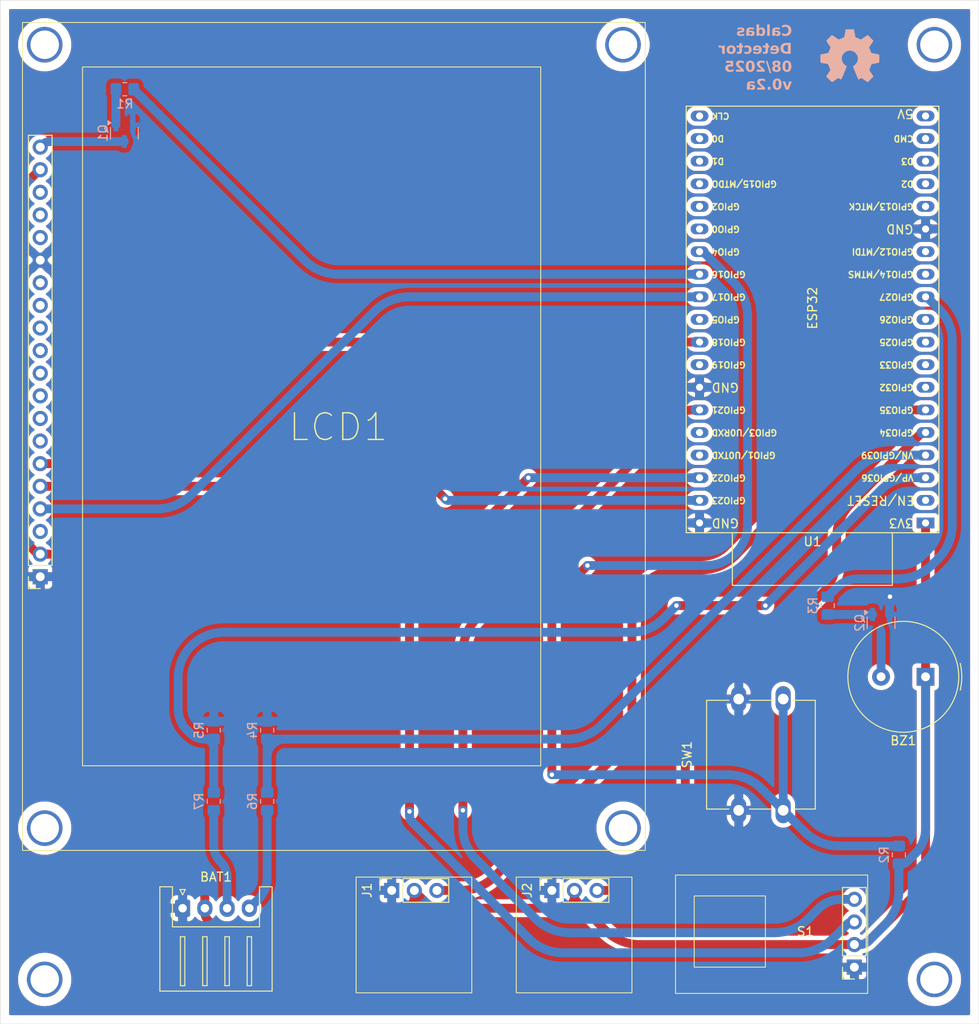
<source format=kicad_pcb>
(kicad_pcb (version 20241229) (generator "pcbnew") (generator_version "9.0")
  (title_block (title "Detector") (date "08/2025") (rev "v0.2a") (company "Caldas") (comment 1 "Simple ESP Detector"))
  (layers (0 "F.Cu" signal) (2 "B.Cu" signal) (5 "F.SilkS" user "F.Silkscreen") (7 "B.SilkS" user "B.Silkscreen") (1 "F.Mask" user) (3 "B.Mask" user) (25 "Edge.Cuts" user))
  (net 0 "")
  (net 1 "Net-(BZ1--)")
  (net 2 "/R{slash}W")
  (net 3 "GND")
  (net 9 "/E")
  (net 12 "/CO")
  (net 13 "VCC")
  (net 15 "/RS")
  (net 18 "/BACKLIGHT")
  (net 19 "/BUTTON")
  (net 20 "/I2C SCL")
  (net 21 "/I2C SDA")
  (net 27 "Net-(BAT1-Pin_4)")
  (net 28 "/SMOKE")
  (net 33 "Net-(BAT1-Pin_3)")
  (net 47 "Net-(Q1-B)")
  (net 48 "Net-(Q2-B)")
  (net 49 "/BUZZER")
  (net 51 "/REF BAT")
  (net 52 "/REF ON")
  (net 54 "Net-(LCD1-BLK)")
  (footprint "Connector_JST:JST_XH_S4B-XH-A_1x04_P2.50mm_Horizontal" (layer "F.Cu") (at 120.5 137)
    (property "Reference" "BAT1" (at 3.75 -3.51 0) (layer "F.SilkS"))
    (property "Value" "Battery")
    (pad "1" thru_hole roundrect (at 0 0) (size 1.7 1.95) (drill 0.95) (layers "*.Cu" "*.Mask") (roundrect_rratio 0.147059) (net 3 "GND"))
    (pad "2" thru_hole oval (at 2.5 0) (size 1.7 1.95) (drill 0.95) (layers "*.Cu" "*.Mask") (net 13 "VCC"))
    (pad "3" thru_hole oval (at 5 0) (size 1.7 1.95) (drill 0.95) (layers "*.Cu" "*.Mask") (net 33 "Net-(BAT1-Pin_3)"))
    (pad "4" thru_hole oval (at 7.5 0) (size 1.7 1.95) (drill 0.95) (layers "*.Cu" "*.Mask") (net 27 "Net-(BAT1-Pin_4)"))
  )
  (footprint "Library:Hole" (layer "F.Cu") (at 205 145)
    (property "Reference" "REF**" (hide yes))
    (property "Value" "Hole" (hide yes))
    (pad "" np_thru_hole circle (at 0 0) (size 4 4) (drill 3.2) (layers "*.Cu" "*.Mask") (clearance 1))
  )
  (footprint "Library:SCD41" (layer "F.Cu") (at 196 143.62 180)
    (property "Reference" "S1" (at 5.5 4 0) (layer "F.SilkS"))
    (property "Value" "SCD41" (hide yes))
    (pad "1" thru_hole rect (at 0 0 180) (size 1.7 1.7) (drill 1) (layers "*.Cu" "*.Mask") (net 3 "GND"))
    (pad "2" thru_hole circle (at 0 2.54 180) (size 1.7 1.7) (drill 1) (layers "*.Cu" "*.Mask") (net 13 "VCC"))
    (pad "3" thru_hole circle (at 0 5.08 180) (size 1.7 1.7) (drill 1) (layers "*.Cu" "*.Mask") (net 20 "/I2C SCL"))
    (pad "4" thru_hole circle (at 0 7.62 180) (size 1.7 1.7) (drill 1) (layers "*.Cu" "*.Mask") (net 21 "/I2C SDA"))
  )
  (footprint "PCM_Espressif:ESP32-DevKitC" (layer "F.Cu") (at 204 93.72 180)
    (property "Reference" "U1" (at 12.7 -2.1 0) (layer "F.SilkS"))
    (property "Value" "ESP32" (at 12.7 24.13 90) (layer "F.SilkS"))
    (fp_text user "GPIO32" (at 1.27 15.24 180) (layer "F.SilkS") (effects (font (size 0.7 0.7)) (justify left)))
    (fp_text user "GPIO5" (at 24.13 22.86 180) (layer "F.SilkS") (effects (font (size 0.7 0.7)) (justify right)))
    (fp_text user "GPIO26" (at 1.27 22.86 180) (layer "F.SilkS") (effects (font (size 0.7 0.7)) (justify left)))
    (fp_text user "GPIO2" (at 24.13 35.56 180) (layer "F.SilkS") (effects (font (size 0.7 0.7)) (justify right)))
    (fp_text user "D1" (at 24.13 40.64 180) (layer "F.SilkS") (effects (font (size 0.7 0.7)) (justify right)))
    (fp_text user "VN/GPIO39" (at 1.27 7.62 180) (layer "F.SilkS") (effects (font (size 0.7 0.7)) (justify left)))
    (fp_text user "3V3" (at 1.27 0 180) (layer "F.SilkS") (effects (justify left)))
    (fp_text user "GPIO4" (at 24.13 30.48 180) (layer "F.SilkS") (effects (font (size 0.7 0.7)) (justify right)))
    (fp_text user "GPIO14/MTMS" (at 1.27 27.94 180) (layer "F.SilkS") (effects (font (size 0.7 0.7)) (justify left)))
    (fp_text user "GPIO0" (at 24.13 33.02 180) (layer "F.SilkS") (effects (font (size 0.7 0.7)) (justify right)))
    (fp_text user "GPIO13/MTCK" (at 1.27 35.56 180) (layer "F.SilkS") (effects (font (size 0.7 0.7)) (justify left)))
    (fp_text user "GPIO27" (at 1.27 25.4 180) (layer "F.SilkS") (effects (font (size 0.7 0.7)) (justify left)))
    (fp_text user "GPIO1/U0TXD" (at 24.13 7.62 180) (layer "F.SilkS") (effects (font (size 0.7 0.7)) (justify right)))
    (fp_text user "GND" (at 24.13 0 180) (layer "F.SilkS") (effects (justify right)))
    (fp_text user "GPIO16" (at 24.13 27.94 180) (layer "F.SilkS") (effects (font (size 0.7 0.7)) (justify right)))
    (fp_text user "D0" (at 24.13 43.18 180) (layer "F.SilkS") (effects (font (size 0.7 0.7)) (justify right)))
    (fp_text user "GPIO15/MTDO" (at 24.13 38.1 180) (layer "F.SilkS") (effects (font (size 0.7 0.7)) (justify right)))
    (fp_text user "GPIO35" (at 1.27 12.7 180) (layer "F.SilkS") (effects (font (size 0.7 0.7)) (justify left)))
    (fp_text user "GPIO25" (at 1.27 20.32 180) (layer "F.SilkS") (effects (font (size 0.7 0.7)) (justify left)))
    (fp_text user "GND" (at 1.27 33.02 180) (layer "F.SilkS") (effects (justify left)))
    (fp_text user "D2" (at 1.27 38.1 180) (layer "F.SilkS") (effects (font (size 0.7 0.7)) (justify left)))
    (fp_text user "GPIO19" (at 24.13 17.78 180) (layer "F.SilkS") (effects (font (size 0.7 0.7)) (justify right)))
    (fp_text user "CLK" (at 24.13 45.72 180) (layer "F.SilkS") (effects (font (size 0.7 0.7)) (justify right)))
    (fp_text user "GPIO12/MTDI" (at 1.27 30.48 180) (layer "F.SilkS") (effects (font (size 0.7 0.7)) (justify left)))
    (fp_text user "EN/RESET" (at 8.88632 2.53728 180) (layer "F.SilkS") (effects (justify right)))
    (fp_text user "GPIO22" (at 24.13 5.08 180) (layer "F.SilkS") (effects (font (size 0.7 0.7)) (justify right)))
    (fp_text user "GND" (at 24.13 15.24 180) (layer "F.SilkS") (effects (justify right)))
    (fp_text user "VP/GPIO36" (at 1.27 5.08 180) (layer "F.SilkS") (effects (font (size 0.7 0.7)) (justify left)))
    (fp_text user "GPIO18" (at 24.13 20.32 180) (layer "F.SilkS") (effects (font (size 0.7 0.7)) (justify right)))
    (fp_text user "GPIO33" (at 1.27 17.78 180) (layer "F.SilkS") (effects (font (size 0.7 0.7)) (justify left)))
    (fp_text user "CMD" (at 1.27 43.18 180) (layer "F.SilkS") (effects (font (size 0.7 0.7)) (justify left)))
    (fp_text user "GPIO34" (at 1.27 10.16 180) (layer "F.SilkS") (effects (font (size 0.7 0.7)) (justify left)))
    (fp_text user "GPIO17" (at 24.13 25.4 180) (layer "F.SilkS") (effects (font (size 0.7 0.7)) (justify right)))
    (fp_text user "D3" (at 1.27 40.64 180) (layer "F.SilkS") (effects (font (size 0.7 0.7)) (justify left)))
    (fp_text user "GPIO23" (at 24.13 2.54 180) (layer "F.SilkS") (effects (font (size 0.7 0.7)) (justify right)))
    (fp_text user "5V" (at 1.26632 45.97128 180) (layer "F.SilkS") (effects (justify left)))
    (fp_text user "GPIO3/U0RXD" (at 24.13 10.16 180) (layer "F.SilkS") (effects (font (size 0.7 0.7)) (justify right)))
    (fp_text user "GPIO21" (at 24.13 12.7 180) (layer "F.SilkS") (effects (font (size 0.7 0.7)) (justify right)))
    (pad "1" thru_hole rect (at 0 0 90) (size 1.2 2) (drill 0.8) (layers "*.Cu" "*.Mask") (net 13 "VCC"))
    (pad "2" thru_hole oval (at 0 2.54 90) (size 1.2 2) (drill 0.8) (layers "*.Cu" "*.Mask"))
    (pad "3" thru_hole oval (at 0 5.08 90) (size 1.2 2) (drill 0.8) (layers "*.Cu" "*.Mask") (net 52 "/REF ON"))
    (pad "4" thru_hole oval (at 0 7.62 90) (size 1.2 2) (drill 0.8) (layers "*.Cu" "*.Mask") (net 51 "/REF BAT"))
    (pad "5" thru_hole oval (at 0 10.16 90) (size 1.2 2) (drill 0.8) (layers "*.Cu" "*.Mask") (net 28 "/SMOKE"))
    (pad "6" thru_hole oval (at 0 12.7 90) (size 1.2 2) (drill 0.8) (layers "*.Cu" "*.Mask") (net 12 "/CO"))
    (pad "7" thru_hole oval (at 0 15.24 90) (size 1.2 2) (drill 0.8) (layers "*.Cu" "*.Mask"))
    (pad "8" thru_hole oval (at 0 17.78 90) (size 1.2 2) (drill 0.8) (layers "*.Cu" "*.Mask"))
    (pad "9" thru_hole oval (at 0 20.32 90) (size 1.2 2) (drill 0.8) (layers "*.Cu" "*.Mask"))
    (pad "10" thru_hole oval (at 0 22.86 90) (size 1.2 2) (drill 0.8) (layers "*.Cu" "*.Mask"))
    (pad "11" thru_hole oval (at 0 25.4 90) (size 1.2 2) (drill 0.8) (layers "*.Cu" "*.Mask") (net 49 "/BUZZER"))
    (pad "12" thru_hole oval (at 0 27.94 90) (size 1.2 2) (drill 0.8) (layers "*.Cu" "*.Mask"))
    (pad "13" thru_hole oval (at 0 30.48 90) (size 1.2 2) (drill 0.8) (layers "*.Cu" "*.Mask"))
    (pad "14" thru_hole oval (at 0 33.02 90) (size 1.2 2) (drill 0.8) (layers "*.Cu" "*.Mask") (net 3 "GND"))
    (pad "15" thru_hole oval (at 0 35.56 90) (size 1.2 2) (drill 0.8) (layers "*.Cu" "*.Mask"))
    (pad "16" thru_hole oval (at 0 38.1 90) (size 1.2 2) (drill 0.8) (layers "*.Cu" "*.Mask"))
    (pad "17" thru_hole oval (at 0 40.64 90) (size 1.2 2) (drill 0.8) (layers "*.Cu" "*.Mask"))
    (pad "18" thru_hole oval (at 0 43.18 90) (size 1.2 2) (drill 0.8) (layers "*.Cu" "*.Mask"))
    (pad "19" thru_hole oval (at 0 45.72 90) (size 1.2 2) (drill 0.8) (layers "*.Cu" "*.Mask"))
    (pad "20" thru_hole oval (at 25.39632 45.71728 90) (size 1.2 2) (drill 0.8) (layers "*.Cu" "*.Mask"))
    (pad "21" thru_hole oval (at 25.39632 43.17728 90) (size 1.2 2) (drill 0.8) (layers "*.Cu" "*.Mask"))
    (pad "22" thru_hole oval (at 25.4 40.64 90) (size 1.2 2) (drill 0.8) (layers "*.Cu" "*.Mask"))
    (pad "23" thru_hole oval (at 25.4 38.1 90) (size 1.2 2) (drill 0.8) (layers "*.Cu" "*.Mask"))
    (pad "24" thru_hole oval (at 25.4 35.56 90) (size 1.2 2) (drill 0.8) (layers "*.Cu" "*.Mask"))
    (pad "25" thru_hole oval (at 25.4 33.02 90) (size 1.2 2) (drill 0.8) (layers "*.Cu" "*.Mask"))
    (pad "26" thru_hole oval (at 25.4 30.48 90) (size 1.2 2) (drill 0.8) (layers "*.Cu" "*.Mask") (net 19 "/BUTTON"))
    (pad "27" thru_hole oval (at 25.4 27.94 90) (size 1.2 2) (drill 0.8) (layers "*.Cu" "*.Mask") (net 18 "/BACKLIGHT"))
    (pad "28" thru_hole oval (at 25.4 25.4 90) (size 1.2 2) (drill 0.8) (layers "*.Cu" "*.Mask") (net 15 "/RS"))
    (pad "29" thru_hole oval (at 25.4 22.86 90) (size 1.2 2) (drill 0.8) (layers "*.Cu" "*.Mask"))
    (pad "30" thru_hole oval (at 25.4 20.32 90) (size 1.2 2) (drill 0.8) (layers "*.Cu" "*.Mask") (net 9 "/E"))
    (pad "31" thru_hole oval (at 25.4 17.78 90) (size 1.2 2) (drill 0.8) (layers "*.Cu" "*.Mask"))
    (pad "32" thru_hole oval (at 25.4 15.24 90) (size 1.2 2) (drill 0.8) (layers "*.Cu" "*.Mask") (net 3 "GND"))
    (pad "33" thru_hole oval (at 25.4 12.7 90) (size 1.2 2) (drill 0.8) (layers "*.Cu" "*.Mask") (net 21 "/I2C SDA"))
    (pad "34" thru_hole oval (at 25.4 10.16 90) (size 1.2 2) (drill 0.8) (layers "*.Cu" "*.Mask"))
    (pad "35" thru_hole oval (at 25.4 7.62 90) (size 1.2 2) (drill 0.8) (layers "*.Cu" "*.Mask"))
    (pad "36" thru_hole oval (at 25.4 5.08 90) (size 1.2 2) (drill 0.8) (layers "*.Cu" "*.Mask") (net 20 "/I2C SCL"))
    (pad "37" thru_hole oval (at 25.4 2.54 90) (size 1.2 2) (drill 0.8) (layers "*.Cu" "*.Mask") (net 2 "/R{slash}W"))
    (pad "38" thru_hole oval (at 25.4 0 90) (size 1.2 2) (drill 0.8) (layers "*.Cu" "*.Mask") (net 3 "GND"))
  )
  (footprint "Library:Button" (layer "F.Cu") (at 183 126 90)
    (property "Reference" "SW1" (at 6.25 -5.8 90) (layer "F.SilkS"))
    (property "Value" "Button")
    (pad "1" thru_hole oval (at 0 0 90) (size 2.9 1.7) (drill 1.2) (layers "*.Cu" "*.Mask") (net 3 "GND"))
    (pad "1" thru_hole oval (at 12.5 0 90) (size 2.9 1.7) (drill 1.2) (layers "*.Cu" "*.Mask") (net 3 "GND"))
    (pad "2" thru_hole oval (at 0 5 90) (size 2.9 1.7) (drill 1.2) (layers "*.Cu" "*.Mask") (net 19 "/BUTTON"))
    (pad "2" thru_hole oval (at 12.5 5 90) (size 2.9 1.7) (drill 1.2) (layers "*.Cu" "*.Mask") (net 19 "/BUTTON"))
  )
  (footprint "Buzzer_Beeper:Buzzer_TDK_PS1240P02BT_D12.2mm_H6.5mm" (layer "F.Cu") (at 204 111 180)
    (property "Reference" "BZ1" (at 2.5 -7.17 180) (layer "F.SilkS"))
    (property "Value" "Buzzer")
    (pad "1" thru_hole rect (at 0 0 180) (size 2 2) (drill 1) (layers "*.Cu" "*.Mask") (net 13 "VCC"))
    (pad "2" thru_hole circle (at 5 0 180) (size 2 2) (drill 1) (layers "*.Cu" "*.Mask") (net 1 "Net-(BZ1--)"))
  )
  (footprint "Library:DFRobot Sensor" (layer "F.Cu") (at 144 135 90)
    (property "Reference" "J1" (at 0 -2.77 90) (layer "F.SilkS"))
    (property "Value" "CO" (hide yes))
    (pad "1" thru_hole rect (at 0 0 90) (size 1.7 1.7) (drill 1) (layers "*.Cu" "*.Mask") (net 3 "GND"))
    (pad "2" thru_hole circle (at 0 2.54 90) (size 1.7 1.7) (drill 1) (layers "*.Cu" "*.Mask") (net 13 "VCC"))
    (pad "3" thru_hole circle (at 0 5.08 90) (size 1.7 1.7) (drill 1) (layers "*.Cu" "*.Mask") (net 12 "/CO"))
  )
  (footprint "Library:Hole" (layer "F.Cu") (at 105 145)
    (property "Reference" "REF**" (hide yes))
    (property "Value" "Hole" (hide yes))
    (pad "" np_thru_hole circle (at 0 0) (size 4 4) (drill 3.2) (layers "*.Cu" "*.Mask") (clearance 1))
  )
  (footprint "Library:ST7920" (layer "F.Cu") (at 104.5 99.76 180)
    (property "Reference" "LCD1" (at -33.5 16.8 0) (layer "F.SilkS") (effects (font (size 3 3))))
    (property "Value" "ST7920" (hide yes))
    (pad "" np_thru_hole circle (at -65.5 -28.24 180) (size 4 4) (drill 3.2) (layers "*.Cu" "*.Mask") (clearance 1))
    (pad "" np_thru_hole circle (at -65.5 59.76 180) (size 4 4) (drill 3.2) (layers "*.Cu" "*.Mask") (clearance 1))
    (pad "" np_thru_hole circle (at -0.5 -28.24 180) (size 4 4) (drill 3.2) (layers "*.Cu" "*.Mask") (clearance 1))
    (pad "" np_thru_hole circle (at -0.5 59.76 180) (size 4 4) (drill 3.2) (layers "*.Cu" "*.Mask") (clearance 1))
    (pad "1" thru_hole rect (at 0 0 180) (size 1.7 1.7) (drill 1) (layers "*.Cu" "*.Mask") (net 3 "GND"))
    (pad "2" thru_hole circle (at 0 2.54 180) (size 1.7 1.7) (drill 1) (layers "*.Cu" "*.Mask") (net 13 "VCC"))
    (pad "3" thru_hole circle (at 0 5.08 180) (size 1.7 1.7) (drill 1) (layers "*.Cu" "*.Mask"))
    (pad "4" thru_hole circle (at 0 7.62 180) (size 1.7 1.7) (drill 1) (layers "*.Cu" "*.Mask") (net 15 "/RS"))
    (pad "5" thru_hole circle (at 0 10.16 180) (size 1.7 1.7) (drill 1) (layers "*.Cu" "*.Mask") (net 2 "/R{slash}W"))
    (pad "6" thru_hole circle (at 0 12.7 180) (size 1.7 1.7) (drill 1) (layers "*.Cu" "*.Mask") (net 9 "/E"))
    (pad "7" thru_hole circle (at 0 15.24 180) (size 1.7 1.7) (drill 1) (layers "*.Cu" "*.Mask"))
    (pad "8" thru_hole circle (at 0 17.78 180) (size 1.7 1.7) (drill 1) (layers "*.Cu" "*.Mask"))
    (pad "9" thru_hole circle (at 0 20.32 180) (size 1.7 1.7) (drill 1) (layers "*.Cu" "*.Mask"))
    (pad "10" thru_hole circle (at 0 22.86 180) (size 1.7 1.7) (drill 1) (layers "*.Cu" "*.Mask"))
    (pad "11" thru_hole circle (at 0 25.4 180) (size 1.7 1.7) (drill 1) (layers "*.Cu" "*.Mask"))
    (pad "12" thru_hole circle (at 0 27.94 180) (size 1.7 1.7) (drill 1) (layers "*.Cu" "*.Mask"))
    (pad "13" thru_hole circle (at 0 30.48 180) (size 1.7 1.7) (drill 1) (layers "*.Cu" "*.Mask"))
    (pad "14" thru_hole circle (at 0 33.02 180) (size 1.7 1.7) (drill 1) (layers "*.Cu" "*.Mask"))
    (pad "15" thru_hole circle (at 0 35.56 180) (size 1.7 1.7) (drill 1) (layers "*.Cu" "*.Mask") (net 3 "GND"))
    (pad "16" thru_hole circle (at 0 38.1 180) (size 1.7 1.7) (drill 1) (layers "*.Cu" "*.Mask"))
    (pad "17" thru_hole circle (at 0 40.64 180) (size 1.7 1.7) (drill 1) (layers "*.Cu" "*.Mask"))
    (pad "18" thru_hole circle (at 0 43.18 180) (size 1.7 1.7) (drill 1) (layers "*.Cu" "*.Mask"))
    (pad "19" thru_hole circle (at 0 45.72 180) (size 1.7 1.7) (drill 1) (layers "*.Cu" "*.Mask") (net 13 "VCC"))
    (pad "20" thru_hole circle (at 0 48.26 180) (size 1.7 1.7) (drill 1) (layers "*.Cu" "*.Mask") (net 54 "Net-(LCD1-BLK)"))
  )
  (footprint "Library:DFRobot Sensor" (layer "F.Cu") (at 162 135 90)
    (property "Reference" "J2" (at 0 -2.77 90) (layer "F.SilkS"))
    (property "Value" "Smoke" (hide yes))
    (pad "1" thru_hole rect (at 0 0 90) (size 1.7 1.7) (drill 1) (layers "*.Cu" "*.Mask") (net 3 "GND"))
    (pad "2" thru_hole circle (at 0 2.54 90) (size 1.7 1.7) (drill 1) (layers "*.Cu" "*.Mask") (net 13 "VCC"))
    (pad "3" thru_hole circle (at 0 5.08 90) (size 1.7 1.7) (drill 1) (layers "*.Cu" "*.Mask") (net 28 "/SMOKE"))
  )
  (footprint "Library:Hole" (layer "F.Cu") (at 205 40)
    (property "Reference" "REF**" (hide yes))
    (property "Value" "Hole" (hide yes))
    (pad "" np_thru_hole circle (at 0 0) (size 4 4) (drill 3.2) (layers "*.Cu" "*.Mask") (clearance 1))
  )
  (footprint "Resistor_SMD:R_0805_2012Metric_Pad1.20x1.40mm_HandSolder" (layer "B.Cu") (at 193 103 -90)
    (property "Reference" "R3" (at 0 1.65 90) (layer "B.SilkS") (effects (justify mirror)))
    (property "Value" "10KΩ")
    (pad "1" smd roundrect (at -1 0 270) (size 1.2 1.4) (layers "B.Cu" "B.Mask" "B.Paste") (roundrect_rratio 0.208333) (net 49 "/BUZZER"))
    (pad "2" smd roundrect (at 1 0 270) (size 1.2 1.4) (layers "B.Cu" "B.Mask" "B.Paste") (roundrect_rratio 0.208333) (net 48 "Net-(Q2-B)"))
  )
  (footprint "Symbol:OSHW-Symbol_6.7x6mm_SilkScreen" (layer "B.Cu") (at 195.5 41.25 180)
    (property "Reference" "REF**" (hide yes))
    (property "Value" "OSHW-Symbol_6.7x6mm_SilkScreen" (hide yes))
  )
  (footprint "Resistor_SMD:R_0805_2012Metric_Pad1.20x1.40mm_HandSolder" (layer "B.Cu") (at 124 117 -90)
    (property "Reference" "R5" (at 0 1.65 90) (layer "B.SilkS") (effects (justify mirror)))
    (property "Value" "10KΩ")
    (pad "1" smd roundrect (at -1 0 270) (size 1.2 1.4) (layers "B.Cu" "B.Mask" "B.Paste") (roundrect_rratio 0.208333) (net 3 "GND"))
    (pad "2" smd roundrect (at 1 0 270) (size 1.2 1.4) (layers "B.Cu" "B.Mask" "B.Paste") (roundrect_rratio 0.208333) (net 52 "/REF ON"))
  )
  (footprint "Resistor_SMD:R_0805_2012Metric_Pad1.20x1.40mm_HandSolder" (layer "B.Cu") (at 114 45)
    (property "Reference" "R1" (at 0 1.65 0) (layer "B.SilkS") (effects (justify mirror)))
    (property "Value" "10KΩ")
    (pad "1" smd roundrect (at -1 0) (size 1.2 1.4) (layers "B.Cu" "B.Mask" "B.Paste") (roundrect_rratio 0.208333) (net 47 "Net-(Q1-B)"))
    (pad "2" smd roundrect (at 1 0) (size 1.2 1.4) (layers "B.Cu" "B.Mask" "B.Paste") (roundrect_rratio 0.208333) (net 18 "/BACKLIGHT"))
  )
  (footprint "Resistor_SMD:R_0805_2012Metric_Pad1.20x1.40mm_HandSolder" (layer "B.Cu") (at 130 125 -90)
    (property "Reference" "R6" (at 0 1.65 90) (layer "B.SilkS") (effects (justify mirror)))
    (property "Value" "10KΩ")
    (pad "1" smd roundrect (at -1 0 270) (size 1.2 1.4) (layers "B.Cu" "B.Mask" "B.Paste") (roundrect_rratio 0.208333) (net 51 "/REF BAT"))
    (pad "2" smd roundrect (at 1 0 270) (size 1.2 1.4) (layers "B.Cu" "B.Mask" "B.Paste") (roundrect_rratio 0.208333) (net 27 "Net-(BAT1-Pin_4)"))
  )
  (footprint "Package_TO_SOT_SMD:SOT-23" (layer "B.Cu") (at 113.95 49.9375 -90)
    (property "Reference" "Q1" (at 0 2.4 90) (layer "B.SilkS") (effects (justify mirror)))
    (property "Value" "MMBT2222A")
    (pad "1" smd roundrect (at -0.9375 0.95 270) (size 1.475 0.6) (layers "B.Cu" "B.Mask" "B.Paste") (net 47 "Net-(Q1-B)"))
    (pad "2" smd roundrect (at -0.9375 -0.95 270) (size 1.475 0.6) (layers "B.Cu" "B.Mask" "B.Paste") (net 3 "GND"))
    (pad "3" smd roundrect (at 0.9375 0 270) (size 1.475 0.6) (layers "B.Cu" "B.Mask" "B.Paste") (net 54 "Net-(LCD1-BLK)"))
  )
  (footprint "Resistor_SMD:R_0805_2012Metric_Pad1.20x1.40mm_HandSolder" (layer "B.Cu") (at 124 125 -90)
    (property "Reference" "R7" (at 0 1.65 90) (layer "B.SilkS") (effects (justify mirror)))
    (property "Value" "10KΩ")
    (pad "1" smd roundrect (at -1 0 270) (size 1.2 1.4) (layers "B.Cu" "B.Mask" "B.Paste") (roundrect_rratio 0.208333) (net 52 "/REF ON"))
    (pad "2" smd roundrect (at 1 0 270) (size 1.2 1.4) (layers "B.Cu" "B.Mask" "B.Paste") (roundrect_rratio 0.208333) (net 33 "Net-(BAT1-Pin_3)"))
  )
  (footprint "Package_TO_SOT_SMD:SOT-23" (layer "B.Cu") (at 199 104.9375 -90)
    (property "Reference" "Q2" (at 0 2.4 90) (layer "B.SilkS") (effects (justify mirror)))
    (property "Value" "MMBT2222A")
    (pad "1" smd roundrect (at -0.9375 0.95 270) (size 1.475 0.6) (layers "B.Cu" "B.Mask" "B.Paste") (net 48 "Net-(Q2-B)"))
    (pad "2" smd roundrect (at -0.9375 -0.95 270) (size 1.475 0.6) (layers "B.Cu" "B.Mask" "B.Paste") (net 3 "GND"))
    (pad "3" smd roundrect (at 0.9375 0 270) (size 1.475 0.6) (layers "B.Cu" "B.Mask" "B.Paste") (net 1 "Net-(BZ1--)"))
  )
  (footprint "Resistor_SMD:R_0805_2012Metric_Pad1.20x1.40mm_HandSolder" (layer "B.Cu") (at 201 131 -90)
    (property "Reference" "R2" (at 0 1.65 90) (layer "B.SilkS") (effects (justify mirror)))
    (property "Value" "10KΩ")
    (pad "1" smd roundrect (at -1 0 270) (size 1.2 1.4) (layers "B.Cu" "B.Mask" "B.Paste") (roundrect_rratio 0.208333) (net 19 "/BUTTON"))
    (pad "2" smd roundrect (at 1 0 270) (size 1.2 1.4) (layers "B.Cu" "B.Mask" "B.Paste") (roundrect_rratio 0.208333) (net 13 "VCC"))
  )
  (footprint "Resistor_SMD:R_0805_2012Metric_Pad1.20x1.40mm_HandSolder" (layer "B.Cu") (at 130 117 -90)
    (property "Reference" "R4" (at 0 1.65 90) (layer "B.SilkS") (effects (justify mirror)))
    (property "Value" "10KΩ")
    (pad "1" smd roundrect (at -1 0 270) (size 1.2 1.4) (layers "B.Cu" "B.Mask" "B.Paste") (roundrect_rratio 0.208333) (net 3 "GND"))
    (pad "2" smd roundrect (at 1 0 270) (size 1.2 1.4) (layers "B.Cu" "B.Mask" "B.Paste") (roundrect_rratio 0.208333) (net 51 "/REF BAT"))
  )
  (gr_rect (start 100 35) (end 210 150) (stroke (width 0.05)) (fill no) (layer "Edge.Cuts"))
  (gr_text "${COMPANY}\n${TITLE}\n${ISSUE_DATE}\n${REVISION}" (at 189 45.25 0) (layer "B.SilkS") (effects (font (size 1.2 1.2) (thickness 0.24) (bold yes)) (justify left bottom mirror)))
  (segment (start 199 105.875) (end 199 111) (width 1) (layer "B.Cu") (net 1))
  (segment (start 147.61005 89.6) (end 104.5 89.6) (width 1) (layer "F.Cu") (net 2))
  (segment (start 150 91) (end 149.3 90.3) (width 1) (layer "F.Cu") (net 2))
  (via (at 150 91) (size 1) (drill 0.5) (layers "F.Cu" "B.Cu") (net 2))
  (arc (start 149.3 90.3) (mid 148.524644 89.781924) (end 147.61005 89.6) (width 1) (layer "F.Cu") (net 2))
  (segment (start 150.09 91.09) (end 150 91) (width 1) (layer "B.Cu") (net 2))
  (segment (start 150.307279 91.18) (end 178.6 91.18) (width 1) (layer "B.Cu") (net 2))
  (arc (start 150.09 91.09) (mid 150.189688 91.156609) (end 150.307279 91.18) (width 1) (layer "B.Cu") (net 2))
  (via (at 200 102) (size 1) (drill 0.5) (layers "F.Cu" "B.Cu") (net 3))
  (segment (start 199.95 102.085355) (end 199.95 104) (width 1) (layer "B.Cu") (net 3))
  (segment (start 200 102) (end 199.975 102.025) (width 1) (layer "B.Cu") (net 3))
  (arc (start 199.975 102.025) (mid 199.956497 102.052691) (end 199.95 102.085355) (width 1) (layer "B.Cu") (net 3))
  (segment (start 131.006207 74.993792) (end 120.533792 85.466207) (width 1) (layer "F.Cu") (net 9))
  (segment (start 116.686036 87.06) (end 104.5 87.06) (width 1) (layer "F.Cu") (net 9))
  (segment (start 134.853963 73.4) (end 178.6 73.4) (width 1) (layer "F.Cu") (net 9))
  (arc (start 134.853963 73.4) (mid 132.771572 73.814213) (end 131.006207 74.993792) (width 1) (layer "F.Cu") (net 9))
  (arc (start 120.533792 85.466207) (mid 118.768426 86.645786) (end 116.686036 87.06) (width 1) (layer "F.Cu") (net 9))
  (segment (start 197.386207 82.613792) (end 182.593792 97.406207) (width 1) (layer "F.Cu") (net 12))
  (segment (start 176.12132 99) (end 178.746036 99) (width 1) (layer "F.Cu") (net 12))
  (segment (start 169.406207 119.593792) (end 155.593792 133.406207) (width 1) (layer "F.Cu") (net 12))
  (segment (start 201.233963 81.02) (end 204 81.02) (width 1) (layer "F.Cu") (net 12))
  (segment (start 171 115.746036) (end 171 104.12132) (width 1) (layer "F.Cu") (net 12))
  (segment (start 151.746036 135) (end 149.08 135) (width 1) (layer "F.Cu") (net 12))
  (arc (start 155.593792 133.406207) (mid 153.828426 134.585786) (end 151.746036 135) (width 1) (layer "F.Cu") (net 12))
  (arc (start 176.12132 99) (mid 174.161475 99.389837) (end 172.5 100.5) (width 1) (layer "F.Cu") (net 12))
  (arc (start 182.593792 97.406207) (mid 180.828426 98.585786) (end 178.746036 99) (width 1) (layer "F.Cu") (net 12))
  (arc (start 201.233963 81.02) (mid 199.151572 81.434213) (end 197.386207 82.613792) (width 1) (layer "F.Cu") (net 12))
  (arc (start 172.5 100.5) (mid 171.389837 102.161475) (end 171 104.12132) (width 1) (layer "F.Cu") (net 12))
  (arc (start 171 115.746036) (mid 170.585786 117.828426) (end 169.406207 119.593792) (width 1) (layer "F.Cu") (net 12))
  (segment (start 103.22673 96.22673) (end 104.121005 97.121005) (width 1) (layer "F.Cu") (net 13))
  (segment (start 164.893553 136.353553) (end 168.026207 139.486207) (width 1) (layer "F.Cu") (net 13))
  (segment (start 146.54 135.787866) (end 146.54 135) (width 1) (layer "F.Cu") (net 13))
  (segment (start 124.666136 138.976) (end 141.804624 138.976) (width 1) (layer "F.Cu") (net 13))
  (segment (start 197.62708 140.655) (end 202.406207 135.875873) (width 1) (layer "F.Cu") (net 13))
  (segment (start 102.948227 55.51406) (end 104.394815 54.067474) (width 1) (layer "F.Cu") (net 13))
  (segment (start 122.292893 134.292893) (end 115.593792 127.593792) (width 1) (layer "F.Cu") (net 13))
  (segment (start 102.649 56.236458) (end 102.649 94.831967) (width 1) (layer "F.Cu") (net 13))
  (segment (start 123 137) (end 123 137.5) (width 1) (layer "F.Cu") (net 13))
  (segment (start 204 132.028117) (end 204 111) (width 1) (layer "F.Cu") (net 13))
  (segment (start 104.461145 54.04) (end 104.5 54.04) (width 1) (layer "F.Cu") (net 13))
  (segment (start 123.353553 138.353553) (end 123.488 138.488) (width 1) (layer "F.Cu") (net 13))
  (segment (start 145.15304 137.58904) (end 146.115 136.62708) (width 1) (layer "F.Cu") (net 13))
  (segment (start 114 107.253963) (end 114 123.746036) (width 1) (layer "F.Cu") (net 13))
  (segment (start 196.60104 141.08) (end 196 141.08) (width 1) (layer "F.Cu") (net 13))
  (segment (start 146.115 136.62708) (end 146.247107 136.494973) (width 1) (layer "F.Cu") (net 13))
  (segment (start 105.36 97.22) (end 104.64 97.22) (width 1) (layer "F.Cu") (net 13))
  (segment (start 106.828111 97.828111) (end 112.406207 103.406207) (width 1) (layer "F.Cu") (net 13))
  (segment (start 204 111) (end 204 93.72) (width 1) (layer "F.Cu") (net 13))
  (segment (start 164.54 135.5) (end 164.54 135.637867) (width 1) (layer "F.Cu") (net 13))
  (segment (start 146.54 135.07771) (end 146.54 135) (width 1) (layer "F.Cu") (net 13))
  (segment (start 196 141.08) (end 171.873963 141.08) (width 1) (layer "F.Cu") (net 13))
  (segment (start 147.900557 136.438267) (end 146.54 135.07771) (width 1) (layer "F.Cu") (net 13))
  (segment (start 149.2567 137) (end 163.177867 137) (width 1) (layer "F.Cu") (net 13))
  (segment (start 104.64 97.22) (end 104.36 97.22) (width 1) (layer "F.Cu") (net 13))
  (segment (start 123 136) (end 123 137) (width 1) (layer "F.Cu") (net 13))
  (arc (start 123 137.5) (mid 123.091885 137.961939) (end 123.353553 138.353553) (width 1) (layer "F.Cu") (net 13))
  (arc (start 164.54 135.5) (mid 164.631885 135.961939) (end 164.893553 136.353553) (width 1) (layer "F.Cu") (net 13))
  (arc (start 164.54 135.5) (mid 164.54 135.5) (end 164.54 135.5) (width 1) (layer "F.Cu") (net 13))
  (arc (start 104.461145 54.04) (mid 104.425247 54.04714) (end 104.394815 54.067474) (width 1) (layer "F.Cu") (net 13))
  (arc (start 123.488 138.488) (mid 124.028533 138.849172) (end 124.666136 138.976) (width 1) (layer "F.Cu") (net 13))
  (arc (start 106.828111 97.828111) (mid 106.154536 97.378042) (end 105.36 97.22) (width 1) (layer "F.Cu") (net 13))
  (arc (start 102.649 94.831967) (mid 102.799147 95.586807) (end 103.22673 96.22673) (width 1) (layer "F.Cu") (net 13))
  (arc (start 147.900557 136.438267) (mid 148.522761 136.85401) (end 149.2567 137) (width 1) (layer "F.Cu") (net 13))
  (arc (start 168.026207 139.486207) (mid 169.791572 140.665786) (end 171.873963 141.08) (width 1) (layer "F.Cu") (net 13))
  (arc (start 104.121005 97.121005) (mid 104.230656 97.194272) (end 104.36 97.22) (width 1) (layer "F.Cu") (net 13))
  (arc (start 122.292893 134.292893) (mid 122.816228 135.07612) (end 123 136) (width 1) (layer "F.Cu") (net 13))
  (arc (start 204 132.028117) (mid 203.585786 134.110507) (end 202.406207 135.875873) (width 1) (layer "F.Cu") (net 13))
  (arc (start 114 123.746036) (mid 114.414213 125.828426) (end 115.593792 127.593792) (width 1) (layer "F.Cu") (net 13))
  (arc (start 197.62708 140.655) (mid 197.156329 140.969546) (end 196.60104 141.08) (width 1) (layer "F.Cu") (net 13))
  (arc (start 141.804624 138.976) (mid 143.616773 138.61554) (end 145.15304 137.58904) (width 1) (layer "F.Cu") (net 13))
  (arc (start 146.54 135.038855) (mid 146.54 135.038855) (end 146.54 135.038855) (width 1) (layer "F.Cu") (net 13))
  (arc (start 112.406207 103.406207) (mid 113.585786 105.171572) (end 114 107.253963) (width 1) (layer "F.Cu") (net 13))
  (arc (start 146.54 135.787866) (mid 146.46388 136.170549) (end 146.247107 136.494973) (width 1) (layer "F.Cu") (net 13))
  (arc (start 102.948227 55.51406) (mid 102.726766 55.845499) (end 102.649 56.236458) (width 1) (layer "F.Cu") (net 13))
  (arc (start 164.54 135.637867) (mid 164.436313 136.159132) (end 164.14104 136.60104) (width 1) (layer "F.Cu") (net 13))
  (arc (start 164.14104 136.60104) (mid 163.699132 136.896313) (end 163.177867 137) (width 1) (layer "F.Cu") (net 13))
  (segment (start 197.62708 140.655) (end 199.406207 138.875873) (width 1) (layer "B.Cu") (net 13))
  (segment (start 201 135.028117) (end 201 132.35) (width 1) (layer "B.Cu") (net 13))
  (segment (start 196.60104 141.08) (end 196 141.08) (width 1) (layer "B.Cu") (net 13))
  (segment (start 204 128.073654) (end 204 111) (width 1) (layer "B.Cu") (net 13))
  (segment (start 201.947487 131.752512) (end 202.85 130.85) (width 1) (layer "B.Cu") (net 13))
  (arc (start 197.62708 140.655) (mid 197.156329 140.969546) (end 196.60104 141.08) (width 1) (layer "B.Cu") (net 13))
  (arc (start 201.35 132) (mid 201.102512 132.102512) (end 201 132.35) (width 1) (layer "B.Cu") (net 13))
  (arc (start 201 135.028117) (mid 200.585786 137.110507) (end 199.406207 138.875873) (width 1) (layer "B.Cu") (net 13))
  (arc (start 204 128.073654) (mid 203.701124 129.576201) (end 202.85 130.85) (width 1) (layer "B.Cu") (net 13))
  (arc (start 201.947487 131.752512) (mid 201.673357 131.935679) (end 201.35 132) (width 1) (layer "B.Cu") (net 13))
  (segment (start 117.606036 92.14) (end 104.5 92.14) (width 1) (layer "B.Cu") (net 15))
  (segment (start 145.933963 68.32) (end 178.6 68.32) (width 1) (layer "B.Cu") (net 15))
  (segment (start 121.453792 90.546207) (end 142.086207 69.913792) (width 1) (layer "B.Cu") (net 15))
  (arc (start 121.453792 90.546207) (mid 119.688426 91.725786) (end 117.606036 92.14) (width 1) (layer "B.Cu") (net 15))
  (arc (start 145.933963 68.32) (mid 143.851572 68.734213) (end 142.086207 69.913792) (width 1) (layer "B.Cu") (net 15))
  (segment (start 134.186207 64.186207) (end 115 45) (width 1) (layer "B.Cu") (net 18))
  (segment (start 138.033963 65.78) (end 178.6 65.78) (width 1) (layer "B.Cu") (net 18))
  (arc (start 134.186207 64.186207) (mid 135.951572 65.365786) (end 138.033963 65.78) (width 1) (layer "B.Cu") (net 18))
  (segment (start 163.593792 100.906207) (end 166 98.5) (width 1) (layer "F.Cu") (net 19))
  (segment (start 162 104.753963) (end 162 122) (width 1) (layer "F.Cu") (net 19))
  (via (at 166 98.5) (size 1) (drill 0.5) (layers "F.Cu" "B.Cu") (net 19))
  (via (at 162 122) (size 1) (drill 0.5) (layers "F.Cu" "B.Cu") (net 19))
  (arc (start 163.593792 100.906207) (mid 162.414213 102.671572) (end 162 104.753963) (width 1) (layer "F.Cu") (net 19))
  (segment (start 179.349013 98.5) (end 166 98.5) (width 1) (layer "B.Cu") (net 19))
  (segment (start 188 126) (end 185.593792 123.593792) (width 1) (layer "B.Cu") (net 19))
  (segment (start 162 122) (end 181.746036 122) (width 1) (layer "B.Cu") (net 19))
  (segment (start 184 70.493963) (end 184 93.849013) (width 1) (layer "B.Cu") (net 19))
  (segment (start 178.8 63.24) (end 178.6 63.24) (width 1) (layer "B.Cu") (net 19))
  (segment (start 190.406207 128.406207) (end 188 126) (width 1) (layer "B.Cu") (net 19))
  (segment (start 188 126) (end 188 113.5) (width 1) (layer "B.Cu") (net 19))
  (segment (start 194.253963 130) (end 201 130) (width 1) (layer "B.Cu") (net 19))
  (segment (start 182.406207 66.646207) (end 179.141421 63.381421) (width 1) (layer "B.Cu") (net 19))
  (arc (start 190.406207 128.406207) (mid 192.171572 129.585786) (end 194.253963 130) (width 1) (layer "B.Cu") (net 19))
  (arc (start 182.637757 97.137757) (mid 181.128868 98.145964) (end 179.349013 98.5) (width 1) (layer "B.Cu") (net 19))
  (arc (start 179.141421 63.381421) (mid 178.984775 63.276754) (end 178.8 63.24) (width 1) (layer "B.Cu") (net 19))
  (arc (start 185.593792 123.593792) (mid 183.828426 122.414213) (end 181.746036 122) (width 1) (layer "B.Cu") (net 19))
  (arc (start 182.406207 66.646207) (mid 183.585786 68.411572) (end 184 70.493963) (width 1) (layer "B.Cu") (net 19))
  (arc (start 184 93.849013) (mid 183.645964 95.628868) (end 182.637757 97.137757) (width 1) (layer "B.Cu") (net 19))
  (segment (start 147.593792 100.406207) (end 159.36 88.64) (width 1) (layer "F.Cu") (net 20))
  (segment (start 146 126.1317) (end 146 104.253963) (width 1) (layer "F.Cu") (net 20))
  (via (at 159.36 88.64) (size 1) (drill 0.5) (layers "F.Cu" "B.Cu") (net 20))
  (via (at 146 126.1317) (size 1) (drill 0.5) (layers "F.Cu" "B.Cu") (net 20))
  (arc (start 147.593792 100.406207) (mid 146.414213 102.171572) (end 146 104.253963) (width 1) (layer "F.Cu") (net 20))
  (segment (start 195.73 138.54) (end 196 138.54) (width 1) (layer "B.Cu") (net 20))
  (segment (start 195.269081 138.730918) (end 193.593792 140.406207) (width 1) (layer "B.Cu") (net 20))
  (segment (start 163.253963 142) (end 189.746036 142) (width 1) (layer "B.Cu") (net 20))
  (segment (start 146.30699 127.30699) (end 159.406207 140.406207) (width 1) (layer "B.Cu") (net 20))
  (segment (start 146 126.1317) (end 146 126.56585) (width 1) (layer "B.Cu") (net 20))
  (segment (start 159.36 88.64) (end 178.6 88.64) (width 1) (layer "B.Cu") (net 20))
  (arc (start 193.593792 140.406207) (mid 191.828426 141.585786) (end 189.746036 142) (width 1) (layer "B.Cu") (net 20))
  (arc (start 195.73 138.54) (mid 195.480552 138.589617) (end 195.269081 138.730918) (width 1) (layer "B.Cu") (net 20))
  (arc (start 159.406207 140.406207) (mid 161.171572 141.585786) (end 163.253963 142) (width 1) (layer "B.Cu") (net 20))
  (arc (start 146 126.56585) (mid 146.079784 126.966952) (end 146.30699 127.30699) (width 1) (layer "B.Cu") (net 20))
  (segment (start 153.593792 104.406207) (end 176.407243 81.592756) (width 1) (layer "F.Cu") (net 21))
  (segment (start 152 108.253963) (end 152 126) (width 1) (layer "F.Cu") (net 21))
  (segment (start 177.79 81.02) (end 178.6 81.02) (width 1) (layer "F.Cu") (net 21))
  (via (at 152 126) (size 1) (drill 0.5) (layers "F.Cu" "B.Cu") (net 21))
  (arc (start 177.79 81.02) (mid 177.041657 81.168854) (end 176.407243 81.592756) (width 1) (layer "F.Cu") (net 21))
  (arc (start 153.593792 104.406207) (mid 152.414213 106.171572) (end 152 108.253963) (width 1) (layer "F.Cu") (net 21))
  (segment (start 194.5 136) (end 196 136) (width 1) (layer "B.Cu") (net 21))
  (segment (start 186.996036 139.75) (end 164.003963 139.75) (width 1) (layer "B.Cu") (net 21))
  (segment (start 190.843792 138.156206) (end 191.939339 137.06066) (width 1) (layer "B.Cu") (net 21))
  (segment (start 153.414213 131.414213) (end 160.156207 138.156207) (width 1) (layer "B.Cu") (net 21))
  (segment (start 152 128) (end 152 126) (width 1) (layer "B.Cu") (net 21))
  (arc (start 160.156207 138.156207) (mid 161.921572 139.335786) (end 164.003963 139.75) (width 1) (layer "B.Cu") (net 21))
  (arc (start 152 128) (mid 152.367541 129.847758) (end 153.414213 131.414213) (width 1) (layer "B.Cu") (net 21))
  (arc (start 190.843792 138.156206) (mid 189.078426 139.335786) (end 186.996036 139.75) (width 1) (layer "B.Cu") (net 21))
  (arc (start 194.5 136) (mid 193.11418 136.275656) (end 191.939339 137.06066) (width 1) (layer "B.Cu") (net 21))
  (segment (start 130 133.585786) (end 130 126) (width 1) (layer "B.Cu") (net 27))
  (segment (start 129 136) (end 128 137) (width 1) (layer "B.Cu") (net 27))
  (arc (start 130 133.585786) (mid 129.740108 134.892349) (end 129 136) (width 1) (layer "B.Cu") (net 27))
  (segment (start 178.593792 112.406207) (end 182.939339 108.06066) (width 1) (layer "F.Cu") (net 28))
  (segment (start 192.406207 101.593792) (end 188.06066 105.939339) (width 1) (layer "F.Cu") (net 28))
  (segment (start 169.04 135) (end 167.08 135) (width 1) (layer "F.Cu") (net 28))
  (segment (start 172.385929 133.61407) (end 175.406207 130.593792) (width 1) (layer "F.Cu") (net 28))
  (segment (start 177 126.746036) (end 177 116.253963) (width 1) (layer "F.Cu") (net 28))
  (segment (start 203.8 83.56) (end 204 83.56) (width 1) (layer "F.Cu") (net 28))
  (segment (start 203.458578 83.701421) (end 195.593792 91.566207) (width 1) (layer "F.Cu") (net 28))
  (segment (start 194 95.413963) (end 194 97.746036) (width 1) (layer "F.Cu") (net 28))
  (arc (start 194 97.746036) (mid 193.585786 99.828426) (end 192.406207 101.593792) (width 1) (layer "F.Cu") (net 28))
  (arc (start 195.593792 91.566207) (mid 194.414213 93.331572) (end 194 95.413963) (width 1) (layer "F.Cu") (net 28))
  (arc (start 177 126.746036) (mid 176.585786 128.828426) (end 175.406207 130.593792) (width 1) (layer "F.Cu") (net 28))
  (arc (start 185.5 107) (mid 184.11418 107.275656) (end 182.939339 108.06066) (width 1) (layer "F.Cu") (net 28))
  (arc (start 178.593792 112.406207) (mid 177.414213 114.171572) (end 177 116.253963) (width 1) (layer "F.Cu") (net 28))
  (arc (start 188.06066 105.939339) (mid 186.885819 106.724343) (end 185.5 107) (width 1) (layer "F.Cu") (net 28))
  (arc (start 203.8 83.56) (mid 203.615223 83.596754) (end 203.458578 83.701421) (width 1) (layer "F.Cu") (net 28))
  (arc (start 172.385929 133.61407) (mid 170.850803 134.639808) (end 169.04 135) (width 1) (layer "F.Cu") (net 28))
  (segment (start 124 129.939339) (end 124 126) (width 1) (layer "B.Cu") (net 33))
  (segment (start 125.5 133.56066) (end 125.5 137) (width 1) (layer "B.Cu") (net 33))
  (arc (start 124 129.939339) (mid 124.194918 130.919261) (end 124.75 131.75) (width 1) (layer "B.Cu") (net 33))
  (arc (start 124.75 131.75) (mid 125.305081 132.580737) (end 125.5 133.56066) (width 1) (layer "B.Cu") (net 33))
  (segment (start 113 45) (end 113 49) (width 1) (layer "B.Cu") (net 47))
  (segment (start 193 104) (end 198.05 104) (width 1) (layer "B.Cu") (net 48))
  (segment (start 205.406206 97.754792) (end 204.754792 98.406207) (width 1) (layer "B.Cu") (net 49))
  (segment (start 196.414213 100) (end 200.907036 100) (width 1) (layer "B.Cu") (net 49))
  (segment (start 204.168051 68.363895) (end 205.562078 69.757922) (width 1) (layer "B.Cu") (net 49))
  (segment (start 204.062078 68.32) (end 204 68.32) (width 1) (layer "B.Cu") (net 49))
  (segment (start 194 101) (end 193 102) (width 1) (layer "B.Cu") (net 49))
  (segment (start 207 93.907036) (end 207 73.229372) (width 1) (layer "B.Cu") (net 49))
  (arc (start 205.562078 69.757922) (mid 206.626296 71.350636) (end 207 73.229372) (width 1) (layer "B.Cu") (net 49))
  (arc (start 196.414213 100) (mid 195.10765 100.259891) (end 194 101) (width 1) (layer "B.Cu") (net 49))
  (arc (start 204.754792 98.406207) (mid 202.989426 99.585786) (end 200.907036 100) (width 1) (layer "B.Cu") (net 49))
  (arc (start 204.168051 68.363895) (mid 204.11943 68.331407) (end 204.062078 68.32) (width 1) (layer "B.Cu") (net 49))
  (arc (start 207 93.907036) (mid 206.585786 95.989426) (end 205.406206 97.754792) (width 1) (layer "B.Cu") (net 49))
  (segment (start 130 118) (end 130 119.999998) (width 1) (layer "B.Cu") (net 51))
  (segment (start 200.153963 86.1) (end 204 86.1) (width 1) (layer "B.Cu") (net 51))
  (segment (start 130 119.999998) (end 130 124) (width 1) (layer "B.Cu") (net 51))
  (segment (start 163.746036 118) (end 132.75 118) (width 1) (layer "B.Cu") (net 51))
  (segment (start 167.593792 116.406207) (end 196.306207 87.693792) (width 1) (layer "B.Cu") (net 51))
  (segment (start 130 118) (end 132.75 118) (width 1) (layer "B.Cu") (net 51))
  (segment (start 132.75 118) (end 131.999998 118) (width 1) (layer "B.Cu") (net 51))
  (arc (start 200.153963 86.1) (mid 198.071572 86.514213) (end 196.306207 87.693792) (width 1) (layer "B.Cu") (net 51))
  (arc (start 167.593792 116.406207) (mid 165.828426 117.585786) (end 163.746036 118) (width 1) (layer "B.Cu") (net 51))
  (arc (start 131.999998 118) (mid 130.585785 118.585785) (end 130 119.999998) (width 1) (layer "B.Cu") (net 51))
  (segment (start 176 103) (end 186 103) (width 1) (layer "F.Cu") (net 52))
  (via (at 176 103) (size 1) (drill 0.5) (layers "F.Cu" "B.Cu") (net 52))
  (via (at 186 103) (size 1) (drill 0.5) (layers "F.Cu" "B.Cu") (net 52))
  (segment (start 170.878679 106) (end 125.12132 106) (width 1) (layer "B.Cu") (net 52))
  (segment (start 174.5 104.5) (end 176 103) (width 1) (layer "B.Cu") (net 52))
  (segment (start 120 111.12132) (end 120 114.585786) (width 1) (layer "B.Cu") (net 52))
  (segment (start 121 117) (end 121.292893 117.292893) (width 1) (layer "B.Cu") (net 52))
  (segment (start 124 118) (end 123 118) (width 1) (layer "B.Cu") (net 52))
  (segment (start 124 119) (end 124 124) (width 1) (layer "B.Cu") (net 52))
  (segment (start 124 118) (end 124 119) (width 1) (layer "B.Cu") (net 52))
  (segment (start 202.18 88.64) (end 204 88.64) (width 1) (layer "B.Cu") (net 52))
  (segment (start 186 103) (end 199.073065 89.926934) (width 1) (layer "B.Cu") (net 52))
  (arc (start 174.5 104.5) (mid 172.838523 105.610162) (end 170.878679 106) (width 1) (layer "B.Cu") (net 52))
  (arc (start 120 114.585786) (mid 120.259891 115.892349) (end 121 117) (width 1) (layer "B.Cu") (net 52))
  (arc (start 125.12132 106) (mid 123.161475 106.389837) (end 121.5 107.5) (width 1) (layer "B.Cu") (net 52))
  (arc (start 202.18 88.64) (mid 200.498539 88.974463) (end 199.073065 89.926934) (width 1) (layer "B.Cu") (net 52))
  (arc (start 121.5 107.5) (mid 120.389837 109.161475) (end 120 111.12132) (width 1) (layer "B.Cu") (net 52))
  (arc (start 124 119) (mid 123.707106 118.292893) (end 123 118) (width 1) (layer "B.Cu") (net 52))
  (arc (start 121.292893 117.292893) (mid 122.07612 117.816228) (end 123 118) (width 1) (layer "B.Cu") (net 52))
  (segment (start 104.8125 51.1875) (end 104.5 51.5) (width 1) (layer "B.Cu") (net 54))
  (segment (start 105.566941 50.875) (end 113.95 50.875) (width 1) (layer "B.Cu") (net 54))
  (arc (start 105.566941 50.875) (mid 105.15864 50.956216) (end 104.8125 51.1875) (width 1) (layer "B.Cu") (net 54))
  (zone (net 13) (net_name "VCC") (layer "F.Cu") (priority 4) (connect_pads (clearance 0.5)) (min_thickness 0.25) (fill yes (thermal_gap 0.5) (thermal_bridge_width 1))
    (polygon (pts (xy 162.5 137.5) (xy 166.25 137.5) (xy 164.5 136.25)))
  )
  (zone (net 3) (net_name "GND") (layer "F.Cu") (connect_pads (clearance 0.5)) (min_thickness 0.25) (fill yes (thermal_gap 0.5) (thermal_bridge_width 1))
    (polygon (pts (xy 101 36) (xy 209 36) (xy 209 149) (xy 101 149)))
  )
  (zone (net 3) (net_name "GND") (layer "B.Cu") (priority 1) (connect_pads (clearance 0.5)) (min_thickness 0.25) (fill yes (thermal_gap 0.5) (thermal_bridge_width 1))
    (polygon (pts (xy 101 36) (xy 209 36) (xy 209 149) (xy 101 149)))
  )
)
</source>
